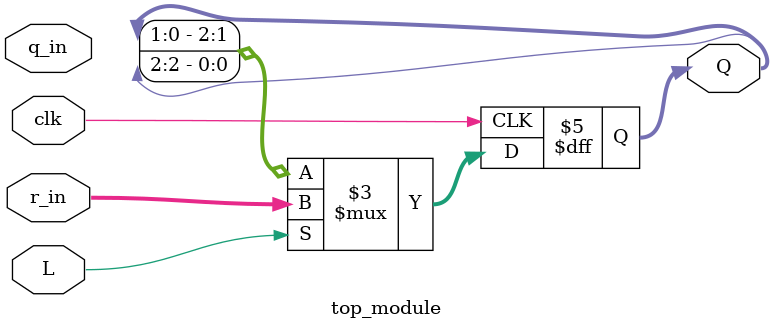
<source format=sv>
module full_module (
    input [2:0] r,
    input L,
    input clk,
    output reg [2:0] q
);

always @(posedge clk) begin
    if (L) begin
        q <= r;
    end else begin
        q <= {q[1:0], q[2]};
    end
end

endmodule
module top_module(
    input clk,
    input L,
    input [2:0] q_in,
    input [2:0] r_in,
    output reg [2:0] Q
);

always @(posedge clk) begin
    if (L) begin
        Q <= r_in;
    end else begin
        Q <= {Q[1:0], Q[2]};
    end
end

endmodule

</source>
